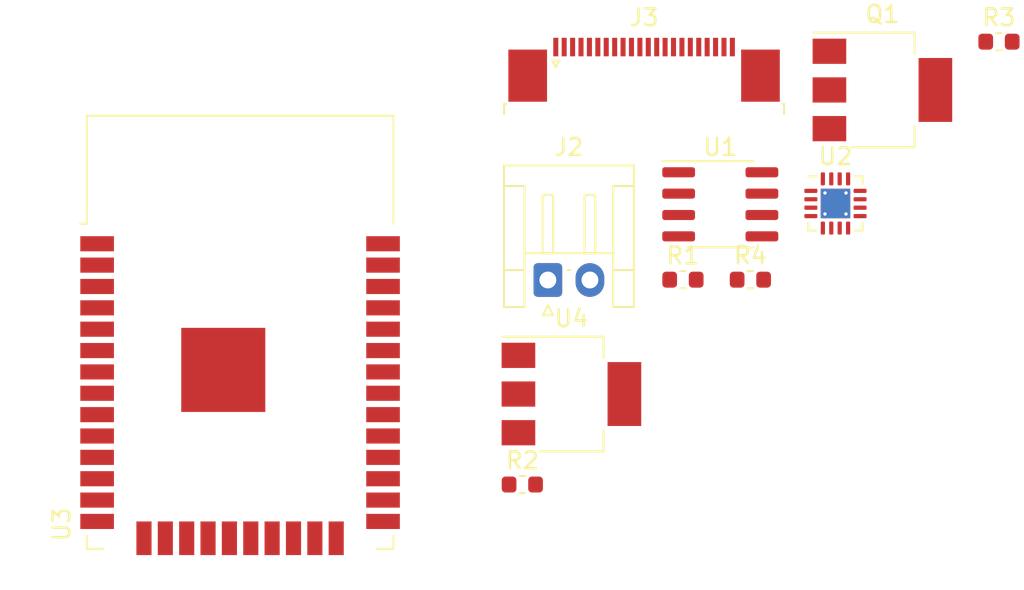
<source format=kicad_pcb>
(kicad_pcb (version 20171130) (host pcbnew "(5.1.6-0-10_14)")

  (general
    (thickness 1.6)
    (drawings 0)
    (tracks 0)
    (zones 0)
    (modules 11)
    (nets 88)
  )

  (page A4)
  (layers
    (0 F.Cu signal)
    (31 B.Cu signal)
    (32 B.Adhes user)
    (33 F.Adhes user)
    (34 B.Paste user)
    (35 F.Paste user)
    (36 B.SilkS user)
    (37 F.SilkS user)
    (38 B.Mask user)
    (39 F.Mask user)
    (40 Dwgs.User user)
    (41 Cmts.User user)
    (42 Eco1.User user)
    (43 Eco2.User user)
    (44 Edge.Cuts user)
    (45 Margin user)
    (46 B.CrtYd user)
    (47 F.CrtYd user)
    (48 B.Fab user)
    (49 F.Fab user)
  )

  (setup
    (last_trace_width 0.25)
    (trace_clearance 0.2)
    (zone_clearance 0.508)
    (zone_45_only no)
    (trace_min 0.2)
    (via_size 0.8)
    (via_drill 0.4)
    (via_min_size 0.4)
    (via_min_drill 0.3)
    (uvia_size 0.3)
    (uvia_drill 0.1)
    (uvias_allowed no)
    (uvia_min_size 0.2)
    (uvia_min_drill 0.1)
    (edge_width 0.05)
    (segment_width 0.2)
    (pcb_text_width 0.3)
    (pcb_text_size 1.5 1.5)
    (mod_edge_width 0.12)
    (mod_text_size 1 1)
    (mod_text_width 0.15)
    (pad_size 1.524 1.524)
    (pad_drill 0.762)
    (pad_to_mask_clearance 0.05)
    (aux_axis_origin 0 0)
    (visible_elements FFFFFF7F)
    (pcbplotparams
      (layerselection 0x010fc_ffffffff)
      (usegerberextensions false)
      (usegerberattributes true)
      (usegerberadvancedattributes true)
      (creategerberjobfile true)
      (excludeedgelayer true)
      (linewidth 0.100000)
      (plotframeref false)
      (viasonmask false)
      (mode 1)
      (useauxorigin false)
      (hpglpennumber 1)
      (hpglpenspeed 20)
      (hpglpendiameter 15.000000)
      (psnegative false)
      (psa4output false)
      (plotreference true)
      (plotvalue true)
      (plotinvisibletext false)
      (padsonsilk false)
      (subtractmaskfromsilk false)
      (outputformat 1)
      (mirror false)
      (drillshape 1)
      (scaleselection 1)
      (outputdirectory ""))
  )

  (net 0 "")
  (net 1 "Net-(J2-Pad1)")
  (net 2 "Net-(J2-Pad2)")
  (net 3 "Net-(J3-Pad1)")
  (net 4 "Net-(J3-Pad2)")
  (net 5 "Net-(J3-Pad3)")
  (net 6 "Net-(J3-Pad4)")
  (net 7 "Net-(J3-Pad5)")
  (net 8 "Net-(J3-Pad6)")
  (net 9 "Net-(J3-Pad7)")
  (net 10 "Net-(J3-Pad8)")
  (net 11 "Net-(J3-Pad9)")
  (net 12 "Net-(J3-Pad10)")
  (net 13 "Net-(J3-Pad11)")
  (net 14 "Net-(J3-Pad12)")
  (net 15 "Net-(J3-Pad13)")
  (net 16 "Net-(J3-Pad14)")
  (net 17 "Net-(J3-Pad15)")
  (net 18 "Net-(J3-Pad16)")
  (net 19 "Net-(J3-Pad17)")
  (net 20 "Net-(J3-Pad18)")
  (net 21 "Net-(J3-Pad19)")
  (net 22 "Net-(J3-Pad20)")
  (net 23 "Net-(J3-Pad21)")
  (net 24 "Net-(J3-Pad22)")
  (net 25 "Net-(Q1-Pad2)")
  (net 26 GND)
  (net 27 "Net-(Q1-Pad1)")
  (net 28 "Net-(R1-Pad1)")
  (net 29 "Net-(R1-Pad2)")
  (net 30 "Net-(R2-Pad2)")
  (net 31 "Net-(R2-Pad1)")
  (net 32 "Net-(R3-Pad2)")
  (net 33 "Net-(J1-Pad3)")
  (net 34 "Net-(J1-Pad2)")
  (net 35 "Net-(U1-Pad4)")
  (net 36 "Net-(U1-Pad5)")
  (net 37 "Net-(U1-Pad6)")
  (net 38 "Net-(U1-Pad7)")
  (net 39 "Net-(U1-Pad8)")
  (net 40 "Net-(U2-Pad1)")
  (net 41 "Net-(U2-Pad2)")
  (net 42 "Net-(U2-Pad3)")
  (net 43 "Net-(U2-Pad4)")
  (net 44 "Net-(U2-Pad5)")
  (net 45 "Net-(U2-Pad6)")
  (net 46 "Net-(U2-Pad7)")
  (net 47 "Net-(U2-Pad9)")
  (net 48 "Net-(U2-Pad10)")
  (net 49 "Net-(U2-Pad12)")
  (net 50 "Net-(U2-Pad13)")
  (net 51 "Net-(U2-Pad14)")
  (net 52 "Net-(U2-Pad15)")
  (net 53 "Net-(U2-Pad16)")
  (net 54 "Net-(U2-Pad17)")
  (net 55 +3V3)
  (net 56 "Net-(U3-Pad3)")
  (net 57 "Net-(U3-Pad4)")
  (net 58 "Net-(U3-Pad5)")
  (net 59 "Net-(U3-Pad6)")
  (net 60 "Net-(U3-Pad7)")
  (net 61 "Net-(U3-Pad8)")
  (net 62 "Net-(U3-Pad9)")
  (net 63 "Net-(U3-Pad10)")
  (net 64 "Net-(U3-Pad11)")
  (net 65 "Net-(U3-Pad12)")
  (net 66 "Net-(U3-Pad13)")
  (net 67 "Net-(U3-Pad14)")
  (net 68 "Net-(U3-Pad16)")
  (net 69 "Net-(U3-Pad17)")
  (net 70 "Net-(U3-Pad18)")
  (net 71 "Net-(U3-Pad19)")
  (net 72 "Net-(U3-Pad20)")
  (net 73 "Net-(U3-Pad21)")
  (net 74 "Net-(U3-Pad22)")
  (net 75 "Net-(U3-Pad23)")
  (net 76 "Net-(U3-Pad24)")
  (net 77 "Net-(U3-Pad25)")
  (net 78 "Net-(U3-Pad26)")
  (net 79 "Net-(U3-Pad27)")
  (net 80 "Net-(U3-Pad28)")
  (net 81 "Net-(U3-Pad29)")
  (net 82 "Net-(U3-Pad30)")
  (net 83 "Net-(U3-Pad31)")
  (net 84 "Net-(U3-Pad32)")
  (net 85 "Net-(U3-Pad33)")
  (net 86 "Net-(U3-Pad36)")
  (net 87 "Net-(U3-Pad37)")

  (net_class Default "This is the default net class."
    (clearance 0.2)
    (trace_width 0.25)
    (via_dia 0.8)
    (via_drill 0.4)
    (uvia_dia 0.3)
    (uvia_drill 0.1)
    (add_net +3V3)
    (add_net GND)
    (add_net "Net-(J1-Pad2)")
    (add_net "Net-(J1-Pad3)")
    (add_net "Net-(J2-Pad1)")
    (add_net "Net-(J2-Pad2)")
    (add_net "Net-(J3-Pad1)")
    (add_net "Net-(J3-Pad10)")
    (add_net "Net-(J3-Pad11)")
    (add_net "Net-(J3-Pad12)")
    (add_net "Net-(J3-Pad13)")
    (add_net "Net-(J3-Pad14)")
    (add_net "Net-(J3-Pad15)")
    (add_net "Net-(J3-Pad16)")
    (add_net "Net-(J3-Pad17)")
    (add_net "Net-(J3-Pad18)")
    (add_net "Net-(J3-Pad19)")
    (add_net "Net-(J3-Pad2)")
    (add_net "Net-(J3-Pad20)")
    (add_net "Net-(J3-Pad21)")
    (add_net "Net-(J3-Pad22)")
    (add_net "Net-(J3-Pad3)")
    (add_net "Net-(J3-Pad4)")
    (add_net "Net-(J3-Pad5)")
    (add_net "Net-(J3-Pad6)")
    (add_net "Net-(J3-Pad7)")
    (add_net "Net-(J3-Pad8)")
    (add_net "Net-(J3-Pad9)")
    (add_net "Net-(Q1-Pad1)")
    (add_net "Net-(Q1-Pad2)")
    (add_net "Net-(R1-Pad1)")
    (add_net "Net-(R1-Pad2)")
    (add_net "Net-(R2-Pad1)")
    (add_net "Net-(R2-Pad2)")
    (add_net "Net-(R3-Pad2)")
    (add_net "Net-(U1-Pad4)")
    (add_net "Net-(U1-Pad5)")
    (add_net "Net-(U1-Pad6)")
    (add_net "Net-(U1-Pad7)")
    (add_net "Net-(U1-Pad8)")
    (add_net "Net-(U2-Pad1)")
    (add_net "Net-(U2-Pad10)")
    (add_net "Net-(U2-Pad12)")
    (add_net "Net-(U2-Pad13)")
    (add_net "Net-(U2-Pad14)")
    (add_net "Net-(U2-Pad15)")
    (add_net "Net-(U2-Pad16)")
    (add_net "Net-(U2-Pad17)")
    (add_net "Net-(U2-Pad2)")
    (add_net "Net-(U2-Pad3)")
    (add_net "Net-(U2-Pad4)")
    (add_net "Net-(U2-Pad5)")
    (add_net "Net-(U2-Pad6)")
    (add_net "Net-(U2-Pad7)")
    (add_net "Net-(U2-Pad9)")
    (add_net "Net-(U3-Pad10)")
    (add_net "Net-(U3-Pad11)")
    (add_net "Net-(U3-Pad12)")
    (add_net "Net-(U3-Pad13)")
    (add_net "Net-(U3-Pad14)")
    (add_net "Net-(U3-Pad16)")
    (add_net "Net-(U3-Pad17)")
    (add_net "Net-(U3-Pad18)")
    (add_net "Net-(U3-Pad19)")
    (add_net "Net-(U3-Pad20)")
    (add_net "Net-(U3-Pad21)")
    (add_net "Net-(U3-Pad22)")
    (add_net "Net-(U3-Pad23)")
    (add_net "Net-(U3-Pad24)")
    (add_net "Net-(U3-Pad25)")
    (add_net "Net-(U3-Pad26)")
    (add_net "Net-(U3-Pad27)")
    (add_net "Net-(U3-Pad28)")
    (add_net "Net-(U3-Pad29)")
    (add_net "Net-(U3-Pad3)")
    (add_net "Net-(U3-Pad30)")
    (add_net "Net-(U3-Pad31)")
    (add_net "Net-(U3-Pad32)")
    (add_net "Net-(U3-Pad33)")
    (add_net "Net-(U3-Pad36)")
    (add_net "Net-(U3-Pad37)")
    (add_net "Net-(U3-Pad4)")
    (add_net "Net-(U3-Pad5)")
    (add_net "Net-(U3-Pad6)")
    (add_net "Net-(U3-Pad7)")
    (add_net "Net-(U3-Pad8)")
    (add_net "Net-(U3-Pad9)")
  )

  (module Connector_JST:JST_EH_S2B-EH_1x02_P2.50mm_Horizontal (layer F.Cu) (tedit 5C281425) (tstamp 5F5F38DD)
    (at 240.855001 147.005001)
    (descr "JST EH series connector, S2B-EH (http://www.jst-mfg.com/product/pdf/eng/eEH.pdf), generated with kicad-footprint-generator")
    (tags "connector JST EH horizontal")
    (path /5F5F1DB7)
    (fp_text reference J2 (at 1.25 -7.9) (layer F.SilkS)
      (effects (font (size 1 1) (thickness 0.15)))
    )
    (fp_text value Conn_01x02 (at 1.25 2.7) (layer F.Fab)
      (effects (font (size 1 1) (thickness 0.15)))
    )
    (fp_line (start 0 -1.407107) (end 0.5 -0.7) (layer F.Fab) (width 0.1))
    (fp_line (start -0.5 -0.7) (end 0 -1.407107) (layer F.Fab) (width 0.1))
    (fp_line (start 0.3 2.1) (end 0 1.5) (layer F.SilkS) (width 0.12))
    (fp_line (start -0.3 2.1) (end 0.3 2.1) (layer F.SilkS) (width 0.12))
    (fp_line (start 0 1.5) (end -0.3 2.1) (layer F.SilkS) (width 0.12))
    (fp_line (start 2.82 -1.59) (end 2.5 -1.59) (layer F.SilkS) (width 0.12))
    (fp_line (start 2.82 -5.01) (end 2.82 -1.59) (layer F.SilkS) (width 0.12))
    (fp_line (start 2.5 -5.09) (end 2.82 -5.01) (layer F.SilkS) (width 0.12))
    (fp_line (start 2.18 -5.01) (end 2.5 -5.09) (layer F.SilkS) (width 0.12))
    (fp_line (start 2.18 -1.59) (end 2.18 -5.01) (layer F.SilkS) (width 0.12))
    (fp_line (start 2.5 -1.59) (end 2.18 -1.59) (layer F.SilkS) (width 0.12))
    (fp_line (start 1.17 -0.59) (end 1.33 -0.59) (layer F.SilkS) (width 0.12))
    (fp_line (start 0.32 -1.59) (end 0 -1.59) (layer F.SilkS) (width 0.12))
    (fp_line (start 0.32 -5.01) (end 0.32 -1.59) (layer F.SilkS) (width 0.12))
    (fp_line (start 0 -5.09) (end 0.32 -5.01) (layer F.SilkS) (width 0.12))
    (fp_line (start -0.32 -5.01) (end 0 -5.09) (layer F.SilkS) (width 0.12))
    (fp_line (start -0.32 -1.59) (end -0.32 -5.01) (layer F.SilkS) (width 0.12))
    (fp_line (start 0 -1.59) (end -0.32 -1.59) (layer F.SilkS) (width 0.12))
    (fp_line (start -1.39 -1.59) (end 3.89 -1.59) (layer F.SilkS) (width 0.12))
    (fp_line (start 3.89 -0.59) (end 5.11 -0.59) (layer F.SilkS) (width 0.12))
    (fp_line (start 3.89 -5.59) (end 3.89 -0.59) (layer F.SilkS) (width 0.12))
    (fp_line (start 5.11 -5.59) (end 3.89 -5.59) (layer F.SilkS) (width 0.12))
    (fp_line (start -1.39 -0.59) (end -2.61 -0.59) (layer F.SilkS) (width 0.12))
    (fp_line (start -1.39 -5.59) (end -1.39 -0.59) (layer F.SilkS) (width 0.12))
    (fp_line (start -2.61 -5.59) (end -1.39 -5.59) (layer F.SilkS) (width 0.12))
    (fp_line (start 3.89 1.61) (end 3.89 -0.59) (layer F.SilkS) (width 0.12))
    (fp_line (start 5.11 1.61) (end 3.89 1.61) (layer F.SilkS) (width 0.12))
    (fp_line (start 5.11 -6.81) (end 5.11 1.61) (layer F.SilkS) (width 0.12))
    (fp_line (start -2.61 -6.81) (end 5.11 -6.81) (layer F.SilkS) (width 0.12))
    (fp_line (start -2.61 1.61) (end -2.61 -6.81) (layer F.SilkS) (width 0.12))
    (fp_line (start -1.39 1.61) (end -2.61 1.61) (layer F.SilkS) (width 0.12))
    (fp_line (start -1.39 -0.59) (end -1.39 1.61) (layer F.SilkS) (width 0.12))
    (fp_line (start 5.5 -7.2) (end -3 -7.2) (layer F.CrtYd) (width 0.05))
    (fp_line (start 5.5 2) (end 5.5 -7.2) (layer F.CrtYd) (width 0.05))
    (fp_line (start -3 2) (end 5.5 2) (layer F.CrtYd) (width 0.05))
    (fp_line (start -3 -7.2) (end -3 2) (layer F.CrtYd) (width 0.05))
    (fp_line (start 4 -0.7) (end -1.5 -0.7) (layer F.Fab) (width 0.1))
    (fp_line (start 4 1.5) (end 4 -0.7) (layer F.Fab) (width 0.1))
    (fp_line (start 5 1.5) (end 4 1.5) (layer F.Fab) (width 0.1))
    (fp_line (start 5 -6.7) (end 5 1.5) (layer F.Fab) (width 0.1))
    (fp_line (start -2.5 -6.7) (end 5 -6.7) (layer F.Fab) (width 0.1))
    (fp_line (start -2.5 1.5) (end -2.5 -6.7) (layer F.Fab) (width 0.1))
    (fp_line (start -1.5 1.5) (end -2.5 1.5) (layer F.Fab) (width 0.1))
    (fp_line (start -1.5 -0.7) (end -1.5 1.5) (layer F.Fab) (width 0.1))
    (fp_text user %R (at 1.25 -2.6) (layer F.Fab)
      (effects (font (size 1 1) (thickness 0.15)))
    )
    (pad 1 thru_hole roundrect (at 0 0) (size 1.7 2) (drill 1) (layers *.Cu *.Mask) (roundrect_rratio 0.147059)
      (net 1 "Net-(J2-Pad1)"))
    (pad 2 thru_hole oval (at 2.5 0) (size 1.7 2) (drill 1) (layers *.Cu *.Mask)
      (net 2 "Net-(J2-Pad2)"))
    (model ${KISYS3DMOD}/Connector_JST.3dshapes/JST_EH_S2B-EH_1x02_P2.50mm_Horizontal.wrl
      (at (xyz 0 0 0))
      (scale (xyz 1 1 1))
      (rotate (xyz 0 0 0))
    )
  )

  (module Connector_FFC-FPC:TE_2-1734839-2_1x22-1MP_P0.5mm_Horizontal (layer F.Cu) (tedit 5DB5C65C) (tstamp 5F5F3910)
    (at 246.575001 134.505001)
    (descr "TE FPC connector, 22 top-side contacts, 0.5mm pitch, SMT, https://www.te.com/commerce/DocumentDelivery/DDEController?Action=showdoc&DocId=Customer+Drawing%7F1734839%7FC%7Fpdf%7FEnglish%7FENG_CD_1734839_C_C_1734839.pdf%7F4-1734839-0")
    (tags "te fpc 1734839")
    (path /5F5EF494)
    (attr smd)
    (fp_text reference J3 (at 0 -3.1) (layer F.SilkS)
      (effects (font (size 1 1) (thickness 0.15)))
    )
    (fp_text value Conn_01x22 (at 0 3.25) (layer Dwgs.User)
      (effects (font (size 0.5 0.5) (thickness 0.08)))
    )
    (fp_line (start 8.72 -2.4) (end -8.72 -2.4) (layer F.CrtYd) (width 0.05))
    (fp_line (start 8.72 4.25) (end 8.72 -2.4) (layer F.CrtYd) (width 0.05))
    (fp_line (start -8.72 4.25) (end 8.72 4.25) (layer F.CrtYd) (width 0.05))
    (fp_line (start -8.72 -2.4) (end -8.72 4.25) (layer F.CrtYd) (width 0.05))
    (fp_line (start 8.105 2.75) (end -8.105 2.75) (layer Dwgs.User) (width 0.1))
    (fp_line (start -5.05 -0.55) (end -5.45 -0.55) (layer F.SilkS) (width 0.12))
    (fp_line (start -5.25 -0.15) (end -5.05 -0.55) (layer F.SilkS) (width 0.12))
    (fp_line (start -5.45 -0.55) (end -5.25 -0.15) (layer F.SilkS) (width 0.12))
    (fp_line (start 8.325 2.04) (end 8.325 2.64) (layer F.SilkS) (width 0.12))
    (fp_line (start 8.215 2.04) (end 8.325 2.04) (layer F.SilkS) (width 0.12))
    (fp_line (start -8.325 2.04) (end -8.325 2.64) (layer F.SilkS) (width 0.12))
    (fp_line (start -8.215 2.04) (end -8.325 2.04) (layer F.SilkS) (width 0.12))
    (fp_line (start -5.25 0.15) (end -4.85 -0.65) (layer F.Fab) (width 0.1))
    (fp_line (start -5.65 -0.65) (end -5.25 0.15) (layer F.Fab) (width 0.1))
    (fp_line (start -7.56 2.15) (end -7.56 -0.65) (layer F.Fab) (width 0.1))
    (fp_line (start -8.215 2.15) (end -7.56 2.15) (layer F.Fab) (width 0.1))
    (fp_line (start -8.215 3.75) (end -8.215 2.15) (layer F.Fab) (width 0.1))
    (fp_line (start 8.215 3.75) (end -8.215 3.75) (layer F.Fab) (width 0.1))
    (fp_line (start 8.215 2.15) (end 8.215 3.75) (layer F.Fab) (width 0.1))
    (fp_line (start 7.56 2.15) (end 8.215 2.15) (layer F.Fab) (width 0.1))
    (fp_line (start 7.56 -0.65) (end 7.56 2.15) (layer F.Fab) (width 0.1))
    (fp_line (start -7.56 -0.65) (end 7.56 -0.65) (layer F.Fab) (width 0.1))
    (fp_text user %R (at 0 1.55) (layer F.Fab)
      (effects (font (size 1 1) (thickness 0.15)))
    )
    (pad 1 smd rect (at -5.25 -1.35) (size 0.3 1.1) (layers F.Cu F.Paste F.Mask)
      (net 3 "Net-(J3-Pad1)"))
    (pad 2 smd rect (at -4.75 -1.35) (size 0.3 1.1) (layers F.Cu F.Paste F.Mask)
      (net 4 "Net-(J3-Pad2)"))
    (pad 3 smd rect (at -4.25 -1.35) (size 0.3 1.1) (layers F.Cu F.Paste F.Mask)
      (net 5 "Net-(J3-Pad3)"))
    (pad 4 smd rect (at -3.75 -1.35) (size 0.3 1.1) (layers F.Cu F.Paste F.Mask)
      (net 6 "Net-(J3-Pad4)"))
    (pad 5 smd rect (at -3.25 -1.35) (size 0.3 1.1) (layers F.Cu F.Paste F.Mask)
      (net 7 "Net-(J3-Pad5)"))
    (pad 6 smd rect (at -2.75 -1.35) (size 0.3 1.1) (layers F.Cu F.Paste F.Mask)
      (net 8 "Net-(J3-Pad6)"))
    (pad 7 smd rect (at -2.25 -1.35) (size 0.3 1.1) (layers F.Cu F.Paste F.Mask)
      (net 9 "Net-(J3-Pad7)"))
    (pad 8 smd rect (at -1.75 -1.35) (size 0.3 1.1) (layers F.Cu F.Paste F.Mask)
      (net 10 "Net-(J3-Pad8)"))
    (pad 9 smd rect (at -1.25 -1.35) (size 0.3 1.1) (layers F.Cu F.Paste F.Mask)
      (net 11 "Net-(J3-Pad9)"))
    (pad 10 smd rect (at -0.75 -1.35) (size 0.3 1.1) (layers F.Cu F.Paste F.Mask)
      (net 12 "Net-(J3-Pad10)"))
    (pad 11 smd rect (at -0.25 -1.35) (size 0.3 1.1) (layers F.Cu F.Paste F.Mask)
      (net 13 "Net-(J3-Pad11)"))
    (pad 12 smd rect (at 0.25 -1.35) (size 0.3 1.1) (layers F.Cu F.Paste F.Mask)
      (net 14 "Net-(J3-Pad12)"))
    (pad 13 smd rect (at 0.75 -1.35) (size 0.3 1.1) (layers F.Cu F.Paste F.Mask)
      (net 15 "Net-(J3-Pad13)"))
    (pad 14 smd rect (at 1.25 -1.35) (size 0.3 1.1) (layers F.Cu F.Paste F.Mask)
      (net 16 "Net-(J3-Pad14)"))
    (pad 15 smd rect (at 1.75 -1.35) (size 0.3 1.1) (layers F.Cu F.Paste F.Mask)
      (net 17 "Net-(J3-Pad15)"))
    (pad 16 smd rect (at 2.25 -1.35) (size 0.3 1.1) (layers F.Cu F.Paste F.Mask)
      (net 18 "Net-(J3-Pad16)"))
    (pad 17 smd rect (at 2.75 -1.35) (size 0.3 1.1) (layers F.Cu F.Paste F.Mask)
      (net 19 "Net-(J3-Pad17)"))
    (pad 18 smd rect (at 3.25 -1.35) (size 0.3 1.1) (layers F.Cu F.Paste F.Mask)
      (net 20 "Net-(J3-Pad18)"))
    (pad 19 smd rect (at 3.75 -1.35) (size 0.3 1.1) (layers F.Cu F.Paste F.Mask)
      (net 21 "Net-(J3-Pad19)"))
    (pad 20 smd rect (at 4.25 -1.35) (size 0.3 1.1) (layers F.Cu F.Paste F.Mask)
      (net 22 "Net-(J3-Pad20)"))
    (pad 21 smd rect (at 4.75 -1.35) (size 0.3 1.1) (layers F.Cu F.Paste F.Mask)
      (net 23 "Net-(J3-Pad21)"))
    (pad 22 smd rect (at 5.25 -1.35) (size 0.3 1.1) (layers F.Cu F.Paste F.Mask)
      (net 24 "Net-(J3-Pad22)"))
    (pad MP smd rect (at -6.92 0.35) (size 2.3 3.1) (layers F.Cu F.Paste F.Mask))
    (pad MP smd rect (at 6.92 0.35) (size 2.3 3.1) (layers F.Cu F.Paste F.Mask))
    (model ${KISYS3DMOD}/Connector_FFC-FPC.3dshapes/TE_2-1734839-2_1x22-1MP_P0.5mm_Horizontal.wrl
      (at (xyz 0 0 0))
      (scale (xyz 1 1 1))
      (rotate (xyz 0 0 0))
    )
  )

  (module Package_TO_SOT_SMD:SOT-223-3_TabPin2 (layer F.Cu) (tedit 5A02FF57) (tstamp 5F5F3926)
    (at 260.745001 135.705001)
    (descr "module CMS SOT223 4 pins")
    (tags "CMS SOT")
    (path /5F5F2F8B)
    (attr smd)
    (fp_text reference Q1 (at 0 -4.5) (layer F.SilkS)
      (effects (font (size 1 1) (thickness 0.15)))
    )
    (fp_text value PZT2222A (at 0 4.5) (layer F.Fab)
      (effects (font (size 1 1) (thickness 0.15)))
    )
    (fp_line (start 1.85 -3.35) (end 1.85 3.35) (layer F.Fab) (width 0.1))
    (fp_line (start -1.85 3.35) (end 1.85 3.35) (layer F.Fab) (width 0.1))
    (fp_line (start -4.1 -3.41) (end 1.91 -3.41) (layer F.SilkS) (width 0.12))
    (fp_line (start -0.85 -3.35) (end 1.85 -3.35) (layer F.Fab) (width 0.1))
    (fp_line (start -1.85 3.41) (end 1.91 3.41) (layer F.SilkS) (width 0.12))
    (fp_line (start -1.85 -2.35) (end -1.85 3.35) (layer F.Fab) (width 0.1))
    (fp_line (start -1.85 -2.35) (end -0.85 -3.35) (layer F.Fab) (width 0.1))
    (fp_line (start -4.4 -3.6) (end -4.4 3.6) (layer F.CrtYd) (width 0.05))
    (fp_line (start -4.4 3.6) (end 4.4 3.6) (layer F.CrtYd) (width 0.05))
    (fp_line (start 4.4 3.6) (end 4.4 -3.6) (layer F.CrtYd) (width 0.05))
    (fp_line (start 4.4 -3.6) (end -4.4 -3.6) (layer F.CrtYd) (width 0.05))
    (fp_line (start 1.91 -3.41) (end 1.91 -2.15) (layer F.SilkS) (width 0.12))
    (fp_line (start 1.91 3.41) (end 1.91 2.15) (layer F.SilkS) (width 0.12))
    (fp_text user %R (at 0 0 90) (layer F.Fab)
      (effects (font (size 0.8 0.8) (thickness 0.12)))
    )
    (pad 2 smd rect (at 3.15 0) (size 2 3.8) (layers F.Cu F.Paste F.Mask)
      (net 25 "Net-(Q1-Pad2)"))
    (pad 2 smd rect (at -3.15 0) (size 2 1.5) (layers F.Cu F.Paste F.Mask)
      (net 25 "Net-(Q1-Pad2)"))
    (pad 3 smd rect (at -3.15 2.3) (size 2 1.5) (layers F.Cu F.Paste F.Mask)
      (net 26 GND))
    (pad 1 smd rect (at -3.15 -2.3) (size 2 1.5) (layers F.Cu F.Paste F.Mask)
      (net 27 "Net-(Q1-Pad1)"))
    (model ${KISYS3DMOD}/Package_TO_SOT_SMD.3dshapes/SOT-223.wrl
      (at (xyz 0 0 0))
      (scale (xyz 1 1 1))
      (rotate (xyz 0 0 0))
    )
  )

  (module Resistor_SMD:R_0603_1608Metric (layer F.Cu) (tedit 5B301BBD) (tstamp 5F5F3937)
    (at 248.885001 146.985001)
    (descr "Resistor SMD 0603 (1608 Metric), square (rectangular) end terminal, IPC_7351 nominal, (Body size source: http://www.tortai-tech.com/upload/download/2011102023233369053.pdf), generated with kicad-footprint-generator")
    (tags resistor)
    (path /5F5FE6DB)
    (attr smd)
    (fp_text reference R1 (at 0 -1.43) (layer F.SilkS)
      (effects (font (size 1 1) (thickness 0.15)))
    )
    (fp_text value R (at 0 1.43) (layer F.Fab)
      (effects (font (size 1 1) (thickness 0.15)))
    )
    (fp_line (start 1.48 0.73) (end -1.48 0.73) (layer F.CrtYd) (width 0.05))
    (fp_line (start 1.48 -0.73) (end 1.48 0.73) (layer F.CrtYd) (width 0.05))
    (fp_line (start -1.48 -0.73) (end 1.48 -0.73) (layer F.CrtYd) (width 0.05))
    (fp_line (start -1.48 0.73) (end -1.48 -0.73) (layer F.CrtYd) (width 0.05))
    (fp_line (start -0.162779 0.51) (end 0.162779 0.51) (layer F.SilkS) (width 0.12))
    (fp_line (start -0.162779 -0.51) (end 0.162779 -0.51) (layer F.SilkS) (width 0.12))
    (fp_line (start 0.8 0.4) (end -0.8 0.4) (layer F.Fab) (width 0.1))
    (fp_line (start 0.8 -0.4) (end 0.8 0.4) (layer F.Fab) (width 0.1))
    (fp_line (start -0.8 -0.4) (end 0.8 -0.4) (layer F.Fab) (width 0.1))
    (fp_line (start -0.8 0.4) (end -0.8 -0.4) (layer F.Fab) (width 0.1))
    (fp_text user %R (at 0 0) (layer F.Fab)
      (effects (font (size 0.4 0.4) (thickness 0.06)))
    )
    (pad 1 smd roundrect (at -0.7875 0) (size 0.875 0.95) (layers F.Cu F.Paste F.Mask) (roundrect_rratio 0.25)
      (net 28 "Net-(R1-Pad1)"))
    (pad 2 smd roundrect (at 0.7875 0) (size 0.875 0.95) (layers F.Cu F.Paste F.Mask) (roundrect_rratio 0.25)
      (net 29 "Net-(R1-Pad2)"))
    (model ${KISYS3DMOD}/Resistor_SMD.3dshapes/R_0603_1608Metric.wrl
      (at (xyz 0 0 0))
      (scale (xyz 1 1 1))
      (rotate (xyz 0 0 0))
    )
  )

  (module Resistor_SMD:R_0603_1608Metric (layer F.Cu) (tedit 5B301BBD) (tstamp 5F5F3948)
    (at 239.335001 159.165001)
    (descr "Resistor SMD 0603 (1608 Metric), square (rectangular) end terminal, IPC_7351 nominal, (Body size source: http://www.tortai-tech.com/upload/download/2011102023233369053.pdf), generated with kicad-footprint-generator")
    (tags resistor)
    (path /5F5FEDEE)
    (attr smd)
    (fp_text reference R2 (at 0 -1.43) (layer F.SilkS)
      (effects (font (size 1 1) (thickness 0.15)))
    )
    (fp_text value R (at 0 1.43) (layer F.Fab)
      (effects (font (size 1 1) (thickness 0.15)))
    )
    (fp_text user %R (at 0 0) (layer F.Fab)
      (effects (font (size 0.4 0.4) (thickness 0.06)))
    )
    (fp_line (start -0.8 0.4) (end -0.8 -0.4) (layer F.Fab) (width 0.1))
    (fp_line (start -0.8 -0.4) (end 0.8 -0.4) (layer F.Fab) (width 0.1))
    (fp_line (start 0.8 -0.4) (end 0.8 0.4) (layer F.Fab) (width 0.1))
    (fp_line (start 0.8 0.4) (end -0.8 0.4) (layer F.Fab) (width 0.1))
    (fp_line (start -0.162779 -0.51) (end 0.162779 -0.51) (layer F.SilkS) (width 0.12))
    (fp_line (start -0.162779 0.51) (end 0.162779 0.51) (layer F.SilkS) (width 0.12))
    (fp_line (start -1.48 0.73) (end -1.48 -0.73) (layer F.CrtYd) (width 0.05))
    (fp_line (start -1.48 -0.73) (end 1.48 -0.73) (layer F.CrtYd) (width 0.05))
    (fp_line (start 1.48 -0.73) (end 1.48 0.73) (layer F.CrtYd) (width 0.05))
    (fp_line (start 1.48 0.73) (end -1.48 0.73) (layer F.CrtYd) (width 0.05))
    (pad 2 smd roundrect (at 0.7875 0) (size 0.875 0.95) (layers F.Cu F.Paste F.Mask) (roundrect_rratio 0.25)
      (net 30 "Net-(R2-Pad2)"))
    (pad 1 smd roundrect (at -0.7875 0) (size 0.875 0.95) (layers F.Cu F.Paste F.Mask) (roundrect_rratio 0.25)
      (net 31 "Net-(R2-Pad1)"))
    (model ${KISYS3DMOD}/Resistor_SMD.3dshapes/R_0603_1608Metric.wrl
      (at (xyz 0 0 0))
      (scale (xyz 1 1 1))
      (rotate (xyz 0 0 0))
    )
  )

  (module Resistor_SMD:R_0603_1608Metric (layer F.Cu) (tedit 5B301BBD) (tstamp 5F5F3959)
    (at 267.675001 132.835001)
    (descr "Resistor SMD 0603 (1608 Metric), square (rectangular) end terminal, IPC_7351 nominal, (Body size source: http://www.tortai-tech.com/upload/download/2011102023233369053.pdf), generated with kicad-footprint-generator")
    (tags resistor)
    (path /5F5FD63F)
    (attr smd)
    (fp_text reference R3 (at 0 -1.43) (layer F.SilkS)
      (effects (font (size 1 1) (thickness 0.15)))
    )
    (fp_text value R (at 0 1.43) (layer F.Fab)
      (effects (font (size 1 1) (thickness 0.15)))
    )
    (fp_line (start 1.48 0.73) (end -1.48 0.73) (layer F.CrtYd) (width 0.05))
    (fp_line (start 1.48 -0.73) (end 1.48 0.73) (layer F.CrtYd) (width 0.05))
    (fp_line (start -1.48 -0.73) (end 1.48 -0.73) (layer F.CrtYd) (width 0.05))
    (fp_line (start -1.48 0.73) (end -1.48 -0.73) (layer F.CrtYd) (width 0.05))
    (fp_line (start -0.162779 0.51) (end 0.162779 0.51) (layer F.SilkS) (width 0.12))
    (fp_line (start -0.162779 -0.51) (end 0.162779 -0.51) (layer F.SilkS) (width 0.12))
    (fp_line (start 0.8 0.4) (end -0.8 0.4) (layer F.Fab) (width 0.1))
    (fp_line (start 0.8 -0.4) (end 0.8 0.4) (layer F.Fab) (width 0.1))
    (fp_line (start -0.8 -0.4) (end 0.8 -0.4) (layer F.Fab) (width 0.1))
    (fp_line (start -0.8 0.4) (end -0.8 -0.4) (layer F.Fab) (width 0.1))
    (fp_text user %R (at 0 0) (layer F.Fab)
      (effects (font (size 0.4 0.4) (thickness 0.06)))
    )
    (pad 1 smd roundrect (at -0.7875 0) (size 0.875 0.95) (layers F.Cu F.Paste F.Mask) (roundrect_rratio 0.25)
      (net 27 "Net-(Q1-Pad1)"))
    (pad 2 smd roundrect (at 0.7875 0) (size 0.875 0.95) (layers F.Cu F.Paste F.Mask) (roundrect_rratio 0.25)
      (net 32 "Net-(R3-Pad2)"))
    (model ${KISYS3DMOD}/Resistor_SMD.3dshapes/R_0603_1608Metric.wrl
      (at (xyz 0 0 0))
      (scale (xyz 1 1 1))
      (rotate (xyz 0 0 0))
    )
  )

  (module Resistor_SMD:R_0603_1608Metric (layer F.Cu) (tedit 5B301BBD) (tstamp 5F5F396A)
    (at 252.895001 146.985001)
    (descr "Resistor SMD 0603 (1608 Metric), square (rectangular) end terminal, IPC_7351 nominal, (Body size source: http://www.tortai-tech.com/upload/download/2011102023233369053.pdf), generated with kicad-footprint-generator")
    (tags resistor)
    (path /5F5FDF15)
    (attr smd)
    (fp_text reference R4 (at 0 -1.43) (layer F.SilkS)
      (effects (font (size 1 1) (thickness 0.15)))
    )
    (fp_text value R (at 0 1.43) (layer F.Fab)
      (effects (font (size 1 1) (thickness 0.15)))
    )
    (fp_text user %R (at 0 0) (layer F.Fab)
      (effects (font (size 0.4 0.4) (thickness 0.06)))
    )
    (fp_line (start -0.8 0.4) (end -0.8 -0.4) (layer F.Fab) (width 0.1))
    (fp_line (start -0.8 -0.4) (end 0.8 -0.4) (layer F.Fab) (width 0.1))
    (fp_line (start 0.8 -0.4) (end 0.8 0.4) (layer F.Fab) (width 0.1))
    (fp_line (start 0.8 0.4) (end -0.8 0.4) (layer F.Fab) (width 0.1))
    (fp_line (start -0.162779 -0.51) (end 0.162779 -0.51) (layer F.SilkS) (width 0.12))
    (fp_line (start -0.162779 0.51) (end 0.162779 0.51) (layer F.SilkS) (width 0.12))
    (fp_line (start -1.48 0.73) (end -1.48 -0.73) (layer F.CrtYd) (width 0.05))
    (fp_line (start -1.48 -0.73) (end 1.48 -0.73) (layer F.CrtYd) (width 0.05))
    (fp_line (start 1.48 -0.73) (end 1.48 0.73) (layer F.CrtYd) (width 0.05))
    (fp_line (start 1.48 0.73) (end -1.48 0.73) (layer F.CrtYd) (width 0.05))
    (pad 2 smd roundrect (at 0.7875 0) (size 0.875 0.95) (layers F.Cu F.Paste F.Mask) (roundrect_rratio 0.25)
      (net 26 GND))
    (pad 1 smd roundrect (at -0.7875 0) (size 0.875 0.95) (layers F.Cu F.Paste F.Mask) (roundrect_rratio 0.25)
      (net 27 "Net-(Q1-Pad1)"))
    (model ${KISYS3DMOD}/Resistor_SMD.3dshapes/R_0603_1608Metric.wrl
      (at (xyz 0 0 0))
      (scale (xyz 1 1 1))
      (rotate (xyz 0 0 0))
    )
  )

  (module Package_SO:SOIC-8_3.9x4.9mm_P1.27mm (layer F.Cu) (tedit 5D9F72B1) (tstamp 5F5F3984)
    (at 251.105001 142.505001)
    (descr "SOIC, 8 Pin (JEDEC MS-012AA, https://www.analog.com/media/en/package-pcb-resources/package/pkg_pdf/soic_narrow-r/r_8.pdf), generated with kicad-footprint-generator ipc_gullwing_generator.py")
    (tags "SOIC SO")
    (path /5F5F3A07)
    (attr smd)
    (fp_text reference U1 (at 0 -3.4) (layer F.SilkS)
      (effects (font (size 1 1) (thickness 0.15)))
    )
    (fp_text value CH330N (at 0 3.4) (layer F.Fab)
      (effects (font (size 1 1) (thickness 0.15)))
    )
    (fp_line (start 3.7 -2.7) (end -3.7 -2.7) (layer F.CrtYd) (width 0.05))
    (fp_line (start 3.7 2.7) (end 3.7 -2.7) (layer F.CrtYd) (width 0.05))
    (fp_line (start -3.7 2.7) (end 3.7 2.7) (layer F.CrtYd) (width 0.05))
    (fp_line (start -3.7 -2.7) (end -3.7 2.7) (layer F.CrtYd) (width 0.05))
    (fp_line (start -1.95 -1.475) (end -0.975 -2.45) (layer F.Fab) (width 0.1))
    (fp_line (start -1.95 2.45) (end -1.95 -1.475) (layer F.Fab) (width 0.1))
    (fp_line (start 1.95 2.45) (end -1.95 2.45) (layer F.Fab) (width 0.1))
    (fp_line (start 1.95 -2.45) (end 1.95 2.45) (layer F.Fab) (width 0.1))
    (fp_line (start -0.975 -2.45) (end 1.95 -2.45) (layer F.Fab) (width 0.1))
    (fp_line (start 0 -2.56) (end -3.45 -2.56) (layer F.SilkS) (width 0.12))
    (fp_line (start 0 -2.56) (end 1.95 -2.56) (layer F.SilkS) (width 0.12))
    (fp_line (start 0 2.56) (end -1.95 2.56) (layer F.SilkS) (width 0.12))
    (fp_line (start 0 2.56) (end 1.95 2.56) (layer F.SilkS) (width 0.12))
    (fp_text user %R (at 0 0) (layer F.Fab)
      (effects (font (size 0.98 0.98) (thickness 0.15)))
    )
    (pad 1 smd roundrect (at -2.475 -1.905) (size 1.95 0.6) (layers F.Cu F.Paste F.Mask) (roundrect_rratio 0.25)
      (net 33 "Net-(J1-Pad3)"))
    (pad 2 smd roundrect (at -2.475 -0.635) (size 1.95 0.6) (layers F.Cu F.Paste F.Mask) (roundrect_rratio 0.25)
      (net 34 "Net-(J1-Pad2)"))
    (pad 3 smd roundrect (at -2.475 0.635) (size 1.95 0.6) (layers F.Cu F.Paste F.Mask) (roundrect_rratio 0.25)
      (net 26 GND))
    (pad 4 smd roundrect (at -2.475 1.905) (size 1.95 0.6) (layers F.Cu F.Paste F.Mask) (roundrect_rratio 0.25)
      (net 35 "Net-(U1-Pad4)"))
    (pad 5 smd roundrect (at 2.475 1.905) (size 1.95 0.6) (layers F.Cu F.Paste F.Mask) (roundrect_rratio 0.25)
      (net 36 "Net-(U1-Pad5)"))
    (pad 6 smd roundrect (at 2.475 0.635) (size 1.95 0.6) (layers F.Cu F.Paste F.Mask) (roundrect_rratio 0.25)
      (net 37 "Net-(U1-Pad6)"))
    (pad 7 smd roundrect (at 2.475 -0.635) (size 1.95 0.6) (layers F.Cu F.Paste F.Mask) (roundrect_rratio 0.25)
      (net 38 "Net-(U1-Pad7)"))
    (pad 8 smd roundrect (at 2.475 -1.905) (size 1.95 0.6) (layers F.Cu F.Paste F.Mask) (roundrect_rratio 0.25)
      (net 39 "Net-(U1-Pad8)"))
    (model ${KISYS3DMOD}/Package_SO.3dshapes/SOIC-8_3.9x4.9mm_P1.27mm.wrl
      (at (xyz 0 0 0))
      (scale (xyz 1 1 1))
      (rotate (xyz 0 0 0))
    )
  )

  (module Package_DFN_QFN:QFN-16-1EP_3x3mm_P0.5mm_EP1.75x1.75mm_ThermalVias (layer F.Cu) (tedit 5DC5F6A3) (tstamp 5F5F39B3)
    (at 257.955001 142.455001)
    (descr "QFN, 16 Pin (https://www.onsemi.com/pub/Collateral/NCN4555-D.PDF), generated with kicad-footprint-generator ipc_noLead_generator.py")
    (tags "QFN NoLead")
    (path /5F5EC8D0)
    (attr smd)
    (fp_text reference U2 (at 0 -2.8) (layer F.SilkS)
      (effects (font (size 1 1) (thickness 0.15)))
    )
    (fp_text value BQ24075 (at 0 2.8) (layer F.Fab)
      (effects (font (size 1 1) (thickness 0.15)))
    )
    (fp_line (start 2.1 -2.1) (end -2.1 -2.1) (layer F.CrtYd) (width 0.05))
    (fp_line (start 2.1 2.1) (end 2.1 -2.1) (layer F.CrtYd) (width 0.05))
    (fp_line (start -2.1 2.1) (end 2.1 2.1) (layer F.CrtYd) (width 0.05))
    (fp_line (start -2.1 -2.1) (end -2.1 2.1) (layer F.CrtYd) (width 0.05))
    (fp_line (start -1.5 -0.75) (end -0.75 -1.5) (layer F.Fab) (width 0.1))
    (fp_line (start -1.5 1.5) (end -1.5 -0.75) (layer F.Fab) (width 0.1))
    (fp_line (start 1.5 1.5) (end -1.5 1.5) (layer F.Fab) (width 0.1))
    (fp_line (start 1.5 -1.5) (end 1.5 1.5) (layer F.Fab) (width 0.1))
    (fp_line (start -0.75 -1.5) (end 1.5 -1.5) (layer F.Fab) (width 0.1))
    (fp_line (start -1.135 -1.61) (end -1.61 -1.61) (layer F.SilkS) (width 0.12))
    (fp_line (start 1.61 1.61) (end 1.61 1.135) (layer F.SilkS) (width 0.12))
    (fp_line (start 1.135 1.61) (end 1.61 1.61) (layer F.SilkS) (width 0.12))
    (fp_line (start -1.61 1.61) (end -1.61 1.135) (layer F.SilkS) (width 0.12))
    (fp_line (start -1.135 1.61) (end -1.61 1.61) (layer F.SilkS) (width 0.12))
    (fp_line (start 1.61 -1.61) (end 1.61 -1.135) (layer F.SilkS) (width 0.12))
    (fp_line (start 1.135 -1.61) (end 1.61 -1.61) (layer F.SilkS) (width 0.12))
    (fp_text user %R (at 0 0) (layer F.Fab)
      (effects (font (size 0.75 0.75) (thickness 0.11)))
    )
    (pad 1 smd roundrect (at -1.4625 -0.75) (size 0.775 0.25) (layers F.Cu F.Paste F.Mask) (roundrect_rratio 0.25)
      (net 40 "Net-(U2-Pad1)"))
    (pad 2 smd roundrect (at -1.4625 -0.25) (size 0.775 0.25) (layers F.Cu F.Paste F.Mask) (roundrect_rratio 0.25)
      (net 41 "Net-(U2-Pad2)"))
    (pad 3 smd roundrect (at -1.4625 0.25) (size 0.775 0.25) (layers F.Cu F.Paste F.Mask) (roundrect_rratio 0.25)
      (net 42 "Net-(U2-Pad3)"))
    (pad 4 smd roundrect (at -1.4625 0.75) (size 0.775 0.25) (layers F.Cu F.Paste F.Mask) (roundrect_rratio 0.25)
      (net 43 "Net-(U2-Pad4)"))
    (pad 5 smd roundrect (at -0.75 1.4625) (size 0.25 0.775) (layers F.Cu F.Paste F.Mask) (roundrect_rratio 0.25)
      (net 44 "Net-(U2-Pad5)"))
    (pad 6 smd roundrect (at -0.25 1.4625) (size 0.25 0.775) (layers F.Cu F.Paste F.Mask) (roundrect_rratio 0.25)
      (net 45 "Net-(U2-Pad6)"))
    (pad 7 smd roundrect (at 0.25 1.4625) (size 0.25 0.775) (layers F.Cu F.Paste F.Mask) (roundrect_rratio 0.25)
      (net 46 "Net-(U2-Pad7)"))
    (pad 8 smd roundrect (at 0.75 1.4625) (size 0.25 0.775) (layers F.Cu F.Paste F.Mask) (roundrect_rratio 0.25)
      (net 26 GND))
    (pad 9 smd roundrect (at 1.4625 0.75) (size 0.775 0.25) (layers F.Cu F.Paste F.Mask) (roundrect_rratio 0.25)
      (net 47 "Net-(U2-Pad9)"))
    (pad 10 smd roundrect (at 1.4625 0.25) (size 0.775 0.25) (layers F.Cu F.Paste F.Mask) (roundrect_rratio 0.25)
      (net 48 "Net-(U2-Pad10)"))
    (pad 11 smd roundrect (at 1.4625 -0.25) (size 0.775 0.25) (layers F.Cu F.Paste F.Mask) (roundrect_rratio 0.25)
      (net 48 "Net-(U2-Pad10)"))
    (pad 12 smd roundrect (at 1.4625 -0.75) (size 0.775 0.25) (layers F.Cu F.Paste F.Mask) (roundrect_rratio 0.25)
      (net 49 "Net-(U2-Pad12)"))
    (pad 13 smd roundrect (at 0.75 -1.4625) (size 0.25 0.775) (layers F.Cu F.Paste F.Mask) (roundrect_rratio 0.25)
      (net 50 "Net-(U2-Pad13)"))
    (pad 14 smd roundrect (at 0.25 -1.4625) (size 0.25 0.775) (layers F.Cu F.Paste F.Mask) (roundrect_rratio 0.25)
      (net 51 "Net-(U2-Pad14)"))
    (pad 15 smd roundrect (at -0.25 -1.4625) (size 0.25 0.775) (layers F.Cu F.Paste F.Mask) (roundrect_rratio 0.25)
      (net 52 "Net-(U2-Pad15)"))
    (pad 16 smd roundrect (at -0.75 -1.4625) (size 0.25 0.775) (layers F.Cu F.Paste F.Mask) (roundrect_rratio 0.25)
      (net 53 "Net-(U2-Pad16)"))
    (pad 17 smd rect (at 0 0) (size 1.75 1.75) (layers F.Cu F.Mask)
      (net 54 "Net-(U2-Pad17)"))
    (pad 17 thru_hole circle (at -0.625 -0.625) (size 0.5 0.5) (drill 0.2) (layers *.Cu)
      (net 54 "Net-(U2-Pad17)"))
    (pad 17 thru_hole circle (at 0.625 -0.625) (size 0.5 0.5) (drill 0.2) (layers *.Cu)
      (net 54 "Net-(U2-Pad17)"))
    (pad 17 thru_hole circle (at -0.625 0.625) (size 0.5 0.5) (drill 0.2) (layers *.Cu)
      (net 54 "Net-(U2-Pad17)"))
    (pad 17 thru_hole circle (at 0.625 0.625) (size 0.5 0.5) (drill 0.2) (layers *.Cu)
      (net 54 "Net-(U2-Pad17)"))
    (pad 17 smd rect (at 0 0) (size 1.75 1.75) (layers B.Cu)
      (net 54 "Net-(U2-Pad17)"))
    (pad "" smd roundrect (at -0.44 -0.44) (size 0.76 0.76) (layers F.Paste) (roundrect_rratio 0.25))
    (pad "" smd roundrect (at -0.44 0.44) (size 0.76 0.76) (layers F.Paste) (roundrect_rratio 0.25))
    (pad "" smd roundrect (at 0.44 -0.44) (size 0.76 0.76) (layers F.Paste) (roundrect_rratio 0.25))
    (pad "" smd roundrect (at 0.44 0.44) (size 0.76 0.76) (layers F.Paste) (roundrect_rratio 0.25))
    (model ${KISYS3DMOD}/Package_DFN_QFN.3dshapes/QFN-16-1EP_3x3mm_P0.5mm_EP1.75x1.75mm.wrl
      (at (xyz 0 0 0))
      (scale (xyz 1 1 1))
      (rotate (xyz 0 0 0))
    )
  )

  (module RF_Module:ESP32-WROOM-32 (layer F.Cu) (tedit 5B5B4654) (tstamp 5F5F3A22)
    (at 222.555001 153.105001)
    (descr "Single 2.4 GHz Wi-Fi and Bluetooth combo chip https://www.espressif.com/sites/default/files/documentation/esp32-wroom-32_datasheet_en.pdf")
    (tags "Single 2.4 GHz Wi-Fi and Bluetooth combo  chip")
    (path /5F5EBD02)
    (attr smd)
    (fp_text reference U3 (at -10.61 8.43 90) (layer F.SilkS)
      (effects (font (size 1 1) (thickness 0.15)))
    )
    (fp_text value ESP32-WROOM-32 (at 0 11.5) (layer F.Fab)
      (effects (font (size 1 1) (thickness 0.15)))
    )
    (fp_line (start -9.12 -9.445) (end -9.5 -9.445) (layer F.SilkS) (width 0.12))
    (fp_line (start -9.12 -15.865) (end -9.12 -9.445) (layer F.SilkS) (width 0.12))
    (fp_line (start 9.12 -15.865) (end 9.12 -9.445) (layer F.SilkS) (width 0.12))
    (fp_line (start -9.12 -15.865) (end 9.12 -15.865) (layer F.SilkS) (width 0.12))
    (fp_line (start 9.12 9.88) (end 8.12 9.88) (layer F.SilkS) (width 0.12))
    (fp_line (start 9.12 9.1) (end 9.12 9.88) (layer F.SilkS) (width 0.12))
    (fp_line (start -9.12 9.88) (end -8.12 9.88) (layer F.SilkS) (width 0.12))
    (fp_line (start -9.12 9.1) (end -9.12 9.88) (layer F.SilkS) (width 0.12))
    (fp_line (start 8.4 -20.6) (end 8.2 -20.4) (layer Cmts.User) (width 0.1))
    (fp_line (start 8.4 -16) (end 8.4 -20.6) (layer Cmts.User) (width 0.1))
    (fp_line (start 8.4 -20.6) (end 8.6 -20.4) (layer Cmts.User) (width 0.1))
    (fp_line (start 8.4 -16) (end 8.6 -16.2) (layer Cmts.User) (width 0.1))
    (fp_line (start 8.4 -16) (end 8.2 -16.2) (layer Cmts.User) (width 0.1))
    (fp_line (start -9.2 -13.875) (end -9.4 -14.075) (layer Cmts.User) (width 0.1))
    (fp_line (start -13.8 -13.875) (end -9.2 -13.875) (layer Cmts.User) (width 0.1))
    (fp_line (start -9.2 -13.875) (end -9.4 -13.675) (layer Cmts.User) (width 0.1))
    (fp_line (start -13.8 -13.875) (end -13.6 -13.675) (layer Cmts.User) (width 0.1))
    (fp_line (start -13.8 -13.875) (end -13.6 -14.075) (layer Cmts.User) (width 0.1))
    (fp_line (start 9.2 -13.875) (end 9.4 -13.675) (layer Cmts.User) (width 0.1))
    (fp_line (start 9.2 -13.875) (end 9.4 -14.075) (layer Cmts.User) (width 0.1))
    (fp_line (start 13.8 -13.875) (end 13.6 -13.675) (layer Cmts.User) (width 0.1))
    (fp_line (start 13.8 -13.875) (end 13.6 -14.075) (layer Cmts.User) (width 0.1))
    (fp_line (start 9.2 -13.875) (end 13.8 -13.875) (layer Cmts.User) (width 0.1))
    (fp_line (start 14 -11.585) (end 12 -9.97) (layer Dwgs.User) (width 0.1))
    (fp_line (start 14 -13.2) (end 10 -9.97) (layer Dwgs.User) (width 0.1))
    (fp_line (start 14 -14.815) (end 8 -9.97) (layer Dwgs.User) (width 0.1))
    (fp_line (start 14 -16.43) (end 6 -9.97) (layer Dwgs.User) (width 0.1))
    (fp_line (start 14 -18.045) (end 4 -9.97) (layer Dwgs.User) (width 0.1))
    (fp_line (start 14 -19.66) (end 2 -9.97) (layer Dwgs.User) (width 0.1))
    (fp_line (start 13.475 -20.75) (end 0 -9.97) (layer Dwgs.User) (width 0.1))
    (fp_line (start 11.475 -20.75) (end -2 -9.97) (layer Dwgs.User) (width 0.1))
    (fp_line (start 9.475 -20.75) (end -4 -9.97) (layer Dwgs.User) (width 0.1))
    (fp_line (start 7.475 -20.75) (end -6 -9.97) (layer Dwgs.User) (width 0.1))
    (fp_line (start -8 -9.97) (end 5.475 -20.75) (layer Dwgs.User) (width 0.1))
    (fp_line (start 3.475 -20.75) (end -10 -9.97) (layer Dwgs.User) (width 0.1))
    (fp_line (start 1.475 -20.75) (end -12 -9.97) (layer Dwgs.User) (width 0.1))
    (fp_line (start -0.525 -20.75) (end -14 -9.97) (layer Dwgs.User) (width 0.1))
    (fp_line (start -2.525 -20.75) (end -14 -11.585) (layer Dwgs.User) (width 0.1))
    (fp_line (start -4.525 -20.75) (end -14 -13.2) (layer Dwgs.User) (width 0.1))
    (fp_line (start -6.525 -20.75) (end -14 -14.815) (layer Dwgs.User) (width 0.1))
    (fp_line (start -8.525 -20.75) (end -14 -16.43) (layer Dwgs.User) (width 0.1))
    (fp_line (start -10.525 -20.75) (end -14 -18.045) (layer Dwgs.User) (width 0.1))
    (fp_line (start -12.525 -20.75) (end -14 -19.66) (layer Dwgs.User) (width 0.1))
    (fp_line (start 9.75 -9.72) (end 14.25 -9.72) (layer F.CrtYd) (width 0.05))
    (fp_line (start -14.25 -9.72) (end -9.75 -9.72) (layer F.CrtYd) (width 0.05))
    (fp_line (start 14.25 -21) (end 14.25 -9.72) (layer F.CrtYd) (width 0.05))
    (fp_line (start -14.25 -21) (end -14.25 -9.72) (layer F.CrtYd) (width 0.05))
    (fp_line (start 14 -20.75) (end -14 -20.75) (layer Dwgs.User) (width 0.1))
    (fp_line (start 14 -9.97) (end 14 -20.75) (layer Dwgs.User) (width 0.1))
    (fp_line (start 14 -9.97) (end -14 -9.97) (layer Dwgs.User) (width 0.1))
    (fp_line (start -9 -9.02) (end -8.5 -9.52) (layer F.Fab) (width 0.1))
    (fp_line (start -8.5 -9.52) (end -9 -10.02) (layer F.Fab) (width 0.1))
    (fp_line (start -9 -9.02) (end -9 9.76) (layer F.Fab) (width 0.1))
    (fp_line (start -14.25 -21) (end 14.25 -21) (layer F.CrtYd) (width 0.05))
    (fp_line (start 9.75 -9.72) (end 9.75 10.5) (layer F.CrtYd) (width 0.05))
    (fp_line (start -9.75 10.5) (end 9.75 10.5) (layer F.CrtYd) (width 0.05))
    (fp_line (start -9.75 10.5) (end -9.75 -9.72) (layer F.CrtYd) (width 0.05))
    (fp_line (start -9 -15.745) (end 9 -15.745) (layer F.Fab) (width 0.1))
    (fp_line (start -9 -15.745) (end -9 -10.02) (layer F.Fab) (width 0.1))
    (fp_line (start -9 9.76) (end 9 9.76) (layer F.Fab) (width 0.1))
    (fp_line (start 9 9.76) (end 9 -15.745) (layer F.Fab) (width 0.1))
    (fp_line (start -14 -9.97) (end -14 -20.75) (layer Dwgs.User) (width 0.1))
    (fp_text user %R (at 0 0) (layer F.Fab)
      (effects (font (size 1 1) (thickness 0.15)))
    )
    (fp_text user "KEEP-OUT ZONE" (at 0 -19) (layer Cmts.User)
      (effects (font (size 1 1) (thickness 0.15)))
    )
    (fp_text user Antenna (at 0 -13) (layer Cmts.User)
      (effects (font (size 1 1) (thickness 0.15)))
    )
    (fp_text user "5 mm" (at 11.8 -14.375) (layer Cmts.User)
      (effects (font (size 0.5 0.5) (thickness 0.1)))
    )
    (fp_text user "5 mm" (at -11.2 -14.375) (layer Cmts.User)
      (effects (font (size 0.5 0.5) (thickness 0.1)))
    )
    (fp_text user "5 mm" (at 7.8 -19.075 90) (layer Cmts.User)
      (effects (font (size 0.5 0.5) (thickness 0.1)))
    )
    (pad 39 smd rect (at -1 -0.755) (size 5 5) (layers F.Cu F.Paste F.Mask)
      (net 26 GND))
    (pad 1 smd rect (at -8.5 -8.255) (size 2 0.9) (layers F.Cu F.Paste F.Mask)
      (net 26 GND))
    (pad 2 smd rect (at -8.5 -6.985) (size 2 0.9) (layers F.Cu F.Paste F.Mask)
      (net 55 +3V3))
    (pad 3 smd rect (at -8.5 -5.715) (size 2 0.9) (layers F.Cu F.Paste F.Mask)
      (net 56 "Net-(U3-Pad3)"))
    (pad 4 smd rect (at -8.5 -4.445) (size 2 0.9) (layers F.Cu F.Paste F.Mask)
      (net 57 "Net-(U3-Pad4)"))
    (pad 5 smd rect (at -8.5 -3.175) (size 2 0.9) (layers F.Cu F.Paste F.Mask)
      (net 58 "Net-(U3-Pad5)"))
    (pad 6 smd rect (at -8.5 -1.905) (size 2 0.9) (layers F.Cu F.Paste F.Mask)
      (net 59 "Net-(U3-Pad6)"))
    (pad 7 smd rect (at -8.5 -0.635) (size 2 0.9) (layers F.Cu F.Paste F.Mask)
      (net 60 "Net-(U3-Pad7)"))
    (pad 8 smd rect (at -8.5 0.635) (size 2 0.9) (layers F.Cu F.Paste F.Mask)
      (net 61 "Net-(U3-Pad8)"))
    (pad 9 smd rect (at -8.5 1.905) (size 2 0.9) (layers F.Cu F.Paste F.Mask)
      (net 62 "Net-(U3-Pad9)"))
    (pad 10 smd rect (at -8.5 3.175) (size 2 0.9) (layers F.Cu F.Paste F.Mask)
      (net 63 "Net-(U3-Pad10)"))
    (pad 11 smd rect (at -8.5 4.445) (size 2 0.9) (layers F.Cu F.Paste F.Mask)
      (net 64 "Net-(U3-Pad11)"))
    (pad 12 smd rect (at -8.5 5.715) (size 2 0.9) (layers F.Cu F.Paste F.Mask)
      (net 65 "Net-(U3-Pad12)"))
    (pad 13 smd rect (at -8.5 6.985) (size 2 0.9) (layers F.Cu F.Paste F.Mask)
      (net 66 "Net-(U3-Pad13)"))
    (pad 14 smd rect (at -8.5 8.255) (size 2 0.9) (layers F.Cu F.Paste F.Mask)
      (net 67 "Net-(U3-Pad14)"))
    (pad 15 smd rect (at -5.715 9.255 90) (size 2 0.9) (layers F.Cu F.Paste F.Mask)
      (net 26 GND))
    (pad 16 smd rect (at -4.445 9.255 90) (size 2 0.9) (layers F.Cu F.Paste F.Mask)
      (net 68 "Net-(U3-Pad16)"))
    (pad 17 smd rect (at -3.175 9.255 90) (size 2 0.9) (layers F.Cu F.Paste F.Mask)
      (net 69 "Net-(U3-Pad17)"))
    (pad 18 smd rect (at -1.905 9.255 90) (size 2 0.9) (layers F.Cu F.Paste F.Mask)
      (net 70 "Net-(U3-Pad18)"))
    (pad 19 smd rect (at -0.635 9.255 90) (size 2 0.9) (layers F.Cu F.Paste F.Mask)
      (net 71 "Net-(U3-Pad19)"))
    (pad 20 smd rect (at 0.635 9.255 90) (size 2 0.9) (layers F.Cu F.Paste F.Mask)
      (net 72 "Net-(U3-Pad20)"))
    (pad 21 smd rect (at 1.905 9.255 90) (size 2 0.9) (layers F.Cu F.Paste F.Mask)
      (net 73 "Net-(U3-Pad21)"))
    (pad 22 smd rect (at 3.175 9.255 90) (size 2 0.9) (layers F.Cu F.Paste F.Mask)
      (net 74 "Net-(U3-Pad22)"))
    (pad 23 smd rect (at 4.445 9.255 90) (size 2 0.9) (layers F.Cu F.Paste F.Mask)
      (net 75 "Net-(U3-Pad23)"))
    (pad 24 smd rect (at 5.715 9.255 90) (size 2 0.9) (layers F.Cu F.Paste F.Mask)
      (net 76 "Net-(U3-Pad24)"))
    (pad 25 smd rect (at 8.5 8.255) (size 2 0.9) (layers F.Cu F.Paste F.Mask)
      (net 77 "Net-(U3-Pad25)"))
    (pad 26 smd rect (at 8.5 6.985) (size 2 0.9) (layers F.Cu F.Paste F.Mask)
      (net 78 "Net-(U3-Pad26)"))
    (pad 27 smd rect (at 8.5 5.715) (size 2 0.9) (layers F.Cu F.Paste F.Mask)
      (net 79 "Net-(U3-Pad27)"))
    (pad 28 smd rect (at 8.5 4.445) (size 2 0.9) (layers F.Cu F.Paste F.Mask)
      (net 80 "Net-(U3-Pad28)"))
    (pad 29 smd rect (at 8.5 3.175) (size 2 0.9) (layers F.Cu F.Paste F.Mask)
      (net 81 "Net-(U3-Pad29)"))
    (pad 30 smd rect (at 8.5 1.905) (size 2 0.9) (layers F.Cu F.Paste F.Mask)
      (net 82 "Net-(U3-Pad30)"))
    (pad 31 smd rect (at 8.5 0.635) (size 2 0.9) (layers F.Cu F.Paste F.Mask)
      (net 83 "Net-(U3-Pad31)"))
    (pad 32 smd rect (at 8.5 -0.635) (size 2 0.9) (layers F.Cu F.Paste F.Mask)
      (net 84 "Net-(U3-Pad32)"))
    (pad 33 smd rect (at 8.5 -1.905) (size 2 0.9) (layers F.Cu F.Paste F.Mask)
      (net 85 "Net-(U3-Pad33)"))
    (pad 34 smd rect (at 8.5 -3.175) (size 2 0.9) (layers F.Cu F.Paste F.Mask)
      (net 38 "Net-(U1-Pad7)"))
    (pad 35 smd rect (at 8.5 -4.445) (size 2 0.9) (layers F.Cu F.Paste F.Mask)
      (net 37 "Net-(U1-Pad6)"))
    (pad 36 smd rect (at 8.5 -5.715) (size 2 0.9) (layers F.Cu F.Paste F.Mask)
      (net 86 "Net-(U3-Pad36)"))
    (pad 37 smd rect (at 8.5 -6.985) (size 2 0.9) (layers F.Cu F.Paste F.Mask)
      (net 87 "Net-(U3-Pad37)"))
    (pad 38 smd rect (at 8.5 -8.255) (size 2 0.9) (layers F.Cu F.Paste F.Mask)
      (net 26 GND))
    (model ${KISYS3DMOD}/RF_Module.3dshapes/ESP32-WROOM-32.wrl
      (at (xyz 0 0 0))
      (scale (xyz 1 1 1))
      (rotate (xyz 0 0 0))
    )
  )

  (module Package_TO_SOT_SMD:SOT-223 (layer F.Cu) (tedit 5A02FF57) (tstamp 5F5F3A38)
    (at 242.255001 153.785001)
    (descr "module CMS SOT223 4 pins")
    (tags "CMS SOT")
    (path /5F5F66D5)
    (attr smd)
    (fp_text reference U4 (at 0 -4.5) (layer F.SilkS)
      (effects (font (size 1 1) (thickness 0.15)))
    )
    (fp_text value LM1117-3.3 (at 0 4.5) (layer F.Fab)
      (effects (font (size 1 1) (thickness 0.15)))
    )
    (fp_line (start 1.85 -3.35) (end 1.85 3.35) (layer F.Fab) (width 0.1))
    (fp_line (start -1.85 3.35) (end 1.85 3.35) (layer F.Fab) (width 0.1))
    (fp_line (start -4.1 -3.41) (end 1.91 -3.41) (layer F.SilkS) (width 0.12))
    (fp_line (start -0.8 -3.35) (end 1.85 -3.35) (layer F.Fab) (width 0.1))
    (fp_line (start -1.85 3.41) (end 1.91 3.41) (layer F.SilkS) (width 0.12))
    (fp_line (start -1.85 -2.3) (end -1.85 3.35) (layer F.Fab) (width 0.1))
    (fp_line (start -4.4 -3.6) (end -4.4 3.6) (layer F.CrtYd) (width 0.05))
    (fp_line (start -4.4 3.6) (end 4.4 3.6) (layer F.CrtYd) (width 0.05))
    (fp_line (start 4.4 3.6) (end 4.4 -3.6) (layer F.CrtYd) (width 0.05))
    (fp_line (start 4.4 -3.6) (end -4.4 -3.6) (layer F.CrtYd) (width 0.05))
    (fp_line (start 1.91 -3.41) (end 1.91 -2.15) (layer F.SilkS) (width 0.12))
    (fp_line (start 1.91 3.41) (end 1.91 2.15) (layer F.SilkS) (width 0.12))
    (fp_line (start -1.85 -2.3) (end -0.8 -3.35) (layer F.Fab) (width 0.1))
    (fp_text user %R (at 0 0 90) (layer F.Fab)
      (effects (font (size 0.8 0.8) (thickness 0.12)))
    )
    (pad 4 smd rect (at 3.15 0) (size 2 3.8) (layers F.Cu F.Paste F.Mask))
    (pad 2 smd rect (at -3.15 0) (size 2 1.5) (layers F.Cu F.Paste F.Mask)
      (net 55 +3V3))
    (pad 3 smd rect (at -3.15 2.3) (size 2 1.5) (layers F.Cu F.Paste F.Mask)
      (net 48 "Net-(U2-Pad10)"))
    (pad 1 smd rect (at -3.15 -2.3) (size 2 1.5) (layers F.Cu F.Paste F.Mask)
      (net 26 GND))
    (model ${KISYS3DMOD}/Package_TO_SOT_SMD.3dshapes/SOT-223.wrl
      (at (xyz 0 0 0))
      (scale (xyz 1 1 1))
      (rotate (xyz 0 0 0))
    )
  )

)

</source>
